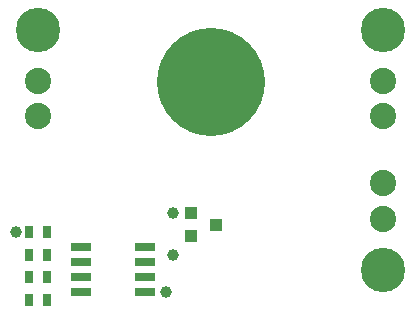
<source format=gts>
G04*
G04 #@! TF.GenerationSoftware,Altium Limited,Altium Designer,18.1.6 (161)*
G04*
G04 Layer_Color=8388736*
%FSLAX44Y44*%
%MOMM*%
G71*
G01*
G75*
%ADD17R,1.1000X1.0000*%
%ADD18R,1.7500X0.8000*%
%ADD19R,0.7000X1.0000*%
%ADD20C,3.7560*%
%ADD21C,2.2320*%
%ADD22C,9.1500*%
%ADD23C,1.0000*%
D17*
X199050Y92050D02*
D03*
Y73050D02*
D03*
X220050Y82550D02*
D03*
D18*
X160350Y25400D02*
D03*
Y38100D02*
D03*
Y50800D02*
D03*
Y63500D02*
D03*
X106350Y25400D02*
D03*
Y38100D02*
D03*
Y50800D02*
D03*
Y63500D02*
D03*
D19*
X77350Y76200D02*
D03*
X62350D02*
D03*
X77350Y38100D02*
D03*
X62350D02*
D03*
Y19050D02*
D03*
X77350D02*
D03*
Y57150D02*
D03*
X62350D02*
D03*
D20*
X361950Y44450D02*
D03*
Y247650D02*
D03*
X69850D02*
D03*
D21*
X361950Y87630D02*
D03*
Y117602D02*
D03*
Y174498D02*
D03*
Y204470D02*
D03*
X69850Y174498D02*
D03*
Y204470D02*
D03*
D22*
X215900Y203200D02*
D03*
D23*
X184150Y92050D02*
D03*
X50800Y76200D02*
D03*
X184150Y57150D02*
D03*
X177800Y25400D02*
D03*
M02*

</source>
